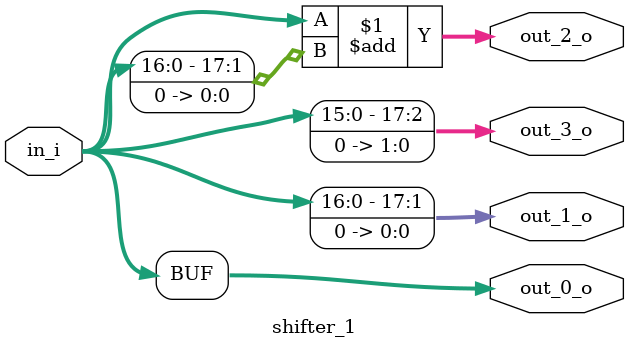
<source format=sv>

/* verilator lint_off UNUSEDSIGNAL */

`timescale 1 ns/1 ps

module shifter_1 #(
    parameter int SIZE = 18
)(
    input  logic [SIZE-1:0] in_i,
    output logic [SIZE-1:0] out_0_o, out_1_o, out_2_o, out_3_o
);

    // +A
    assign out_0_o = in_i;

    // +2A (left shift by 1)
    assign out_1_o = {in_i[SIZE-2:0], 1'b0};

    // +4A (left shift by 2)
    assign out_3_o = {in_i[SIZE-3:0], 2'b00};

    // +3A = A + 2A
    assign out_2_o = out_0_o + out_1_o;

endmodule

</source>
